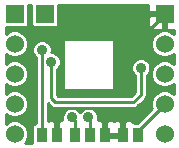
<source format=gbl>
G04 (created by PCBNEW (2013-jul-07)-stable) date Tue 11 Feb 2014 01:04:26 AM EST*
%MOIN*%
G04 Gerber Fmt 3.4, Leading zero omitted, Abs format*
%FSLAX34Y34*%
G01*
G70*
G90*
G04 APERTURE LIST*
%ADD10C,0.00590551*%
%ADD11R,0.06X0.06*%
%ADD12R,0.038X0.05*%
%ADD13C,0.06*%
%ADD14C,0.035*%
%ADD15C,0.01*%
G04 APERTURE END LIST*
G54D10*
G54D11*
X136000Y-79000D03*
G54D12*
X137000Y-83050D03*
X137500Y-83050D03*
X138000Y-83050D03*
X139100Y-83050D03*
X138600Y-83050D03*
X135900Y-83050D03*
X136400Y-83050D03*
G54D11*
X140000Y-79000D03*
G54D13*
X140000Y-80000D03*
X140000Y-81000D03*
X140000Y-82000D03*
X140000Y-83000D03*
G54D11*
X135000Y-79000D03*
G54D13*
X135000Y-80000D03*
X135000Y-81000D03*
X135000Y-82000D03*
X135000Y-83000D03*
G54D14*
X137450Y-82450D03*
X135900Y-80200D03*
X136900Y-82450D03*
X139200Y-82150D03*
X136200Y-80600D03*
X139200Y-80800D03*
G54D15*
X137500Y-82500D02*
X137500Y-83050D01*
X137450Y-82450D02*
X137500Y-82500D01*
X135900Y-83050D02*
X135900Y-80200D01*
X139100Y-83050D02*
X139100Y-82900D01*
X139100Y-82900D02*
X140000Y-82000D01*
X137000Y-82550D02*
X137000Y-83050D01*
X136900Y-82450D02*
X137000Y-82550D01*
X138700Y-82150D02*
X139200Y-82150D01*
X139200Y-82150D02*
X139500Y-81850D01*
X139500Y-81850D02*
X139500Y-79500D01*
X139500Y-79500D02*
X140000Y-79000D01*
X136400Y-83050D02*
X136400Y-82500D01*
X136750Y-82150D02*
X137250Y-82150D01*
X136400Y-82500D02*
X136750Y-82150D01*
X139500Y-79500D02*
X140000Y-79000D01*
X138600Y-83050D02*
X138600Y-82250D01*
X138600Y-82250D02*
X138700Y-82150D01*
X138000Y-83050D02*
X138000Y-82850D01*
X136400Y-83050D02*
X136400Y-82850D01*
X137100Y-82150D02*
X137250Y-82150D01*
X137250Y-82150D02*
X138700Y-82150D01*
X138939Y-81950D02*
X138950Y-81950D01*
X136200Y-80600D02*
X136200Y-81800D01*
X136200Y-81800D02*
X136350Y-81950D01*
X136350Y-81950D02*
X138939Y-81950D01*
X139200Y-81700D02*
X139200Y-80800D01*
X138950Y-81950D02*
X139200Y-81700D01*
G54D10*
G36*
X136774Y-82150D02*
X136716Y-82174D01*
X136624Y-82265D01*
X136575Y-82385D01*
X136574Y-82514D01*
X136589Y-82549D01*
X136540Y-82549D01*
X136512Y-82550D01*
X136450Y-82612D01*
X136450Y-83000D01*
X136457Y-83000D01*
X136457Y-83100D01*
X136450Y-83100D01*
X136450Y-83107D01*
X136350Y-83107D01*
X136350Y-83100D01*
X136342Y-83100D01*
X136342Y-83000D01*
X136350Y-83000D01*
X136350Y-82612D01*
X136287Y-82550D01*
X136259Y-82549D01*
X136160Y-82550D01*
X136100Y-82574D01*
X136100Y-81982D01*
X136208Y-82091D01*
X136208Y-82091D01*
X136273Y-82134D01*
X136273Y-82134D01*
X136286Y-82137D01*
X136350Y-82150D01*
X136774Y-82150D01*
X136774Y-82150D01*
G37*
G54D15*
X136774Y-82150D02*
X136716Y-82174D01*
X136624Y-82265D01*
X136575Y-82385D01*
X136574Y-82514D01*
X136589Y-82549D01*
X136540Y-82549D01*
X136512Y-82550D01*
X136450Y-82612D01*
X136450Y-83000D01*
X136457Y-83000D01*
X136457Y-83100D01*
X136450Y-83100D01*
X136450Y-83107D01*
X136350Y-83107D01*
X136350Y-83100D01*
X136342Y-83100D01*
X136342Y-83000D01*
X136350Y-83000D01*
X136350Y-82612D01*
X136287Y-82550D01*
X136259Y-82549D01*
X136160Y-82550D01*
X136100Y-82574D01*
X136100Y-81982D01*
X136208Y-82091D01*
X136208Y-82091D01*
X136273Y-82134D01*
X136273Y-82134D01*
X136286Y-82137D01*
X136350Y-82150D01*
X136774Y-82150D01*
G54D10*
G36*
X137324Y-82150D02*
X137266Y-82174D01*
X137174Y-82265D01*
X137084Y-82174D01*
X137025Y-82150D01*
X137324Y-82150D01*
X137324Y-82150D01*
G37*
G54D15*
X137324Y-82150D02*
X137266Y-82174D01*
X137174Y-82265D01*
X137084Y-82174D01*
X137025Y-82150D01*
X137324Y-82150D01*
G54D10*
G36*
X140300Y-81663D02*
X140255Y-81618D01*
X140089Y-81550D01*
X139910Y-81549D01*
X139745Y-81618D01*
X139618Y-81744D01*
X139550Y-81910D01*
X139549Y-82089D01*
X139572Y-82144D01*
X139067Y-82649D01*
X138993Y-82649D01*
X138931Y-82588D01*
X138839Y-82550D01*
X138740Y-82549D01*
X138712Y-82550D01*
X138650Y-82612D01*
X138650Y-83000D01*
X138657Y-83000D01*
X138657Y-83100D01*
X138650Y-83100D01*
X138650Y-83107D01*
X138550Y-83107D01*
X138550Y-83100D01*
X138550Y-83000D01*
X138550Y-82612D01*
X138487Y-82550D01*
X138459Y-82549D01*
X138360Y-82550D01*
X138300Y-82574D01*
X138239Y-82550D01*
X138140Y-82549D01*
X138112Y-82550D01*
X138050Y-82612D01*
X138050Y-83000D01*
X138222Y-83000D01*
X138300Y-83000D01*
X138377Y-83000D01*
X138550Y-83000D01*
X138550Y-83100D01*
X138377Y-83100D01*
X138300Y-83100D01*
X138222Y-83100D01*
X138050Y-83100D01*
X138050Y-83107D01*
X137950Y-83107D01*
X137950Y-83100D01*
X137942Y-83100D01*
X137942Y-83000D01*
X137950Y-83000D01*
X137950Y-82612D01*
X137887Y-82550D01*
X137859Y-82549D01*
X137760Y-82550D01*
X137774Y-82514D01*
X137775Y-82385D01*
X137725Y-82266D01*
X137634Y-82174D01*
X137575Y-82150D01*
X138300Y-82150D01*
X138939Y-82150D01*
X138950Y-82150D01*
X139026Y-82134D01*
X139091Y-82091D01*
X139341Y-81841D01*
X139341Y-81841D01*
X139370Y-81798D01*
X139384Y-81776D01*
X139384Y-81776D01*
X139399Y-81700D01*
X139400Y-81700D01*
X139400Y-81059D01*
X139475Y-80984D01*
X139524Y-80864D01*
X139525Y-80735D01*
X139475Y-80616D01*
X139384Y-80524D01*
X139264Y-80475D01*
X139135Y-80474D01*
X139016Y-80524D01*
X138924Y-80615D01*
X138875Y-80735D01*
X138874Y-80864D01*
X138924Y-80983D01*
X139000Y-81059D01*
X139000Y-81617D01*
X138867Y-81750D01*
X138300Y-81750D01*
X138300Y-81550D01*
X138300Y-79850D01*
X136600Y-79850D01*
X136600Y-81550D01*
X138300Y-81550D01*
X138300Y-81750D01*
X136432Y-81750D01*
X136400Y-81717D01*
X136400Y-80859D01*
X136475Y-80784D01*
X136524Y-80664D01*
X136525Y-80535D01*
X136475Y-80416D01*
X136384Y-80324D01*
X136264Y-80275D01*
X136220Y-80275D01*
X136224Y-80264D01*
X136225Y-80135D01*
X136175Y-80016D01*
X136084Y-79924D01*
X135964Y-79875D01*
X135835Y-79874D01*
X135716Y-79924D01*
X135624Y-80015D01*
X135575Y-80135D01*
X135574Y-80264D01*
X135624Y-80383D01*
X135700Y-80459D01*
X135700Y-82649D01*
X135680Y-82649D01*
X135625Y-82672D01*
X135582Y-82714D01*
X135560Y-82770D01*
X135559Y-82829D01*
X135559Y-83300D01*
X135336Y-83300D01*
X135381Y-83255D01*
X135449Y-83089D01*
X135450Y-82910D01*
X135381Y-82745D01*
X135255Y-82618D01*
X135089Y-82550D01*
X134910Y-82549D01*
X134745Y-82618D01*
X134700Y-82663D01*
X134700Y-82336D01*
X134744Y-82381D01*
X134910Y-82449D01*
X135089Y-82450D01*
X135254Y-82381D01*
X135381Y-82255D01*
X135449Y-82089D01*
X135450Y-81910D01*
X135381Y-81745D01*
X135255Y-81618D01*
X135089Y-81550D01*
X134910Y-81549D01*
X134745Y-81618D01*
X134700Y-81663D01*
X134700Y-81336D01*
X134744Y-81381D01*
X134910Y-81449D01*
X135089Y-81450D01*
X135254Y-81381D01*
X135381Y-81255D01*
X135449Y-81089D01*
X135450Y-80910D01*
X135381Y-80745D01*
X135255Y-80618D01*
X135089Y-80550D01*
X134910Y-80549D01*
X134745Y-80618D01*
X134700Y-80663D01*
X134700Y-80336D01*
X134744Y-80381D01*
X134910Y-80449D01*
X135089Y-80450D01*
X135254Y-80381D01*
X135381Y-80255D01*
X135449Y-80089D01*
X135450Y-79910D01*
X135381Y-79745D01*
X135255Y-79618D01*
X135089Y-79550D01*
X134910Y-79549D01*
X134745Y-79618D01*
X134700Y-79663D01*
X134700Y-79450D01*
X134729Y-79450D01*
X135329Y-79450D01*
X135384Y-79427D01*
X135427Y-79385D01*
X135449Y-79329D01*
X135450Y-79270D01*
X135450Y-78700D01*
X135549Y-78700D01*
X135549Y-78729D01*
X135549Y-79329D01*
X135572Y-79384D01*
X135614Y-79427D01*
X135670Y-79449D01*
X135729Y-79450D01*
X136329Y-79450D01*
X136384Y-79427D01*
X136427Y-79385D01*
X136449Y-79329D01*
X136450Y-79270D01*
X136450Y-78700D01*
X139449Y-78700D01*
X139450Y-78887D01*
X139512Y-78950D01*
X139950Y-78950D01*
X139950Y-78942D01*
X140050Y-78942D01*
X140050Y-78950D01*
X140057Y-78950D01*
X140057Y-79050D01*
X140050Y-79050D01*
X140050Y-79487D01*
X140112Y-79550D01*
X140250Y-79550D01*
X140300Y-79549D01*
X140300Y-79663D01*
X140255Y-79618D01*
X140089Y-79550D01*
X139950Y-79549D01*
X139950Y-79487D01*
X139950Y-79050D01*
X139512Y-79050D01*
X139450Y-79112D01*
X139449Y-79349D01*
X139487Y-79441D01*
X139558Y-79511D01*
X139650Y-79549D01*
X139749Y-79550D01*
X139887Y-79550D01*
X139950Y-79487D01*
X139950Y-79549D01*
X139910Y-79549D01*
X139745Y-79618D01*
X139618Y-79744D01*
X139550Y-79910D01*
X139549Y-80089D01*
X139618Y-80254D01*
X139744Y-80381D01*
X139910Y-80449D01*
X140089Y-80450D01*
X140254Y-80381D01*
X140300Y-80336D01*
X140300Y-80663D01*
X140255Y-80618D01*
X140089Y-80550D01*
X139910Y-80549D01*
X139745Y-80618D01*
X139618Y-80744D01*
X139550Y-80910D01*
X139549Y-81089D01*
X139618Y-81254D01*
X139744Y-81381D01*
X139910Y-81449D01*
X140089Y-81450D01*
X140254Y-81381D01*
X140300Y-81336D01*
X140300Y-81663D01*
X140300Y-81663D01*
G37*
G54D15*
X140300Y-81663D02*
X140255Y-81618D01*
X140089Y-81550D01*
X139910Y-81549D01*
X139745Y-81618D01*
X139618Y-81744D01*
X139550Y-81910D01*
X139549Y-82089D01*
X139572Y-82144D01*
X139067Y-82649D01*
X138993Y-82649D01*
X138931Y-82588D01*
X138839Y-82550D01*
X138740Y-82549D01*
X138712Y-82550D01*
X138650Y-82612D01*
X138650Y-83000D01*
X138657Y-83000D01*
X138657Y-83100D01*
X138650Y-83100D01*
X138650Y-83107D01*
X138550Y-83107D01*
X138550Y-83100D01*
X138550Y-83000D01*
X138550Y-82612D01*
X138487Y-82550D01*
X138459Y-82549D01*
X138360Y-82550D01*
X138300Y-82574D01*
X138239Y-82550D01*
X138140Y-82549D01*
X138112Y-82550D01*
X138050Y-82612D01*
X138050Y-83000D01*
X138222Y-83000D01*
X138300Y-83000D01*
X138377Y-83000D01*
X138550Y-83000D01*
X138550Y-83100D01*
X138377Y-83100D01*
X138300Y-83100D01*
X138222Y-83100D01*
X138050Y-83100D01*
X138050Y-83107D01*
X137950Y-83107D01*
X137950Y-83100D01*
X137942Y-83100D01*
X137942Y-83000D01*
X137950Y-83000D01*
X137950Y-82612D01*
X137887Y-82550D01*
X137859Y-82549D01*
X137760Y-82550D01*
X137774Y-82514D01*
X137775Y-82385D01*
X137725Y-82266D01*
X137634Y-82174D01*
X137575Y-82150D01*
X138300Y-82150D01*
X138939Y-82150D01*
X138950Y-82150D01*
X139026Y-82134D01*
X139091Y-82091D01*
X139341Y-81841D01*
X139341Y-81841D01*
X139370Y-81798D01*
X139384Y-81776D01*
X139384Y-81776D01*
X139399Y-81700D01*
X139400Y-81700D01*
X139400Y-81059D01*
X139475Y-80984D01*
X139524Y-80864D01*
X139525Y-80735D01*
X139475Y-80616D01*
X139384Y-80524D01*
X139264Y-80475D01*
X139135Y-80474D01*
X139016Y-80524D01*
X138924Y-80615D01*
X138875Y-80735D01*
X138874Y-80864D01*
X138924Y-80983D01*
X139000Y-81059D01*
X139000Y-81617D01*
X138867Y-81750D01*
X138300Y-81750D01*
X138300Y-81550D01*
X138300Y-79850D01*
X136600Y-79850D01*
X136600Y-81550D01*
X138300Y-81550D01*
X138300Y-81750D01*
X136432Y-81750D01*
X136400Y-81717D01*
X136400Y-80859D01*
X136475Y-80784D01*
X136524Y-80664D01*
X136525Y-80535D01*
X136475Y-80416D01*
X136384Y-80324D01*
X136264Y-80275D01*
X136220Y-80275D01*
X136224Y-80264D01*
X136225Y-80135D01*
X136175Y-80016D01*
X136084Y-79924D01*
X135964Y-79875D01*
X135835Y-79874D01*
X135716Y-79924D01*
X135624Y-80015D01*
X135575Y-80135D01*
X135574Y-80264D01*
X135624Y-80383D01*
X135700Y-80459D01*
X135700Y-82649D01*
X135680Y-82649D01*
X135625Y-82672D01*
X135582Y-82714D01*
X135560Y-82770D01*
X135559Y-82829D01*
X135559Y-83300D01*
X135336Y-83300D01*
X135381Y-83255D01*
X135449Y-83089D01*
X135450Y-82910D01*
X135381Y-82745D01*
X135255Y-82618D01*
X135089Y-82550D01*
X134910Y-82549D01*
X134745Y-82618D01*
X134700Y-82663D01*
X134700Y-82336D01*
X134744Y-82381D01*
X134910Y-82449D01*
X135089Y-82450D01*
X135254Y-82381D01*
X135381Y-82255D01*
X135449Y-82089D01*
X135450Y-81910D01*
X135381Y-81745D01*
X135255Y-81618D01*
X135089Y-81550D01*
X134910Y-81549D01*
X134745Y-81618D01*
X134700Y-81663D01*
X134700Y-81336D01*
X134744Y-81381D01*
X134910Y-81449D01*
X135089Y-81450D01*
X135254Y-81381D01*
X135381Y-81255D01*
X135449Y-81089D01*
X135450Y-80910D01*
X135381Y-80745D01*
X135255Y-80618D01*
X135089Y-80550D01*
X134910Y-80549D01*
X134745Y-80618D01*
X134700Y-80663D01*
X134700Y-80336D01*
X134744Y-80381D01*
X134910Y-80449D01*
X135089Y-80450D01*
X135254Y-80381D01*
X135381Y-80255D01*
X135449Y-80089D01*
X135450Y-79910D01*
X135381Y-79745D01*
X135255Y-79618D01*
X135089Y-79550D01*
X134910Y-79549D01*
X134745Y-79618D01*
X134700Y-79663D01*
X134700Y-79450D01*
X134729Y-79450D01*
X135329Y-79450D01*
X135384Y-79427D01*
X135427Y-79385D01*
X135449Y-79329D01*
X135450Y-79270D01*
X135450Y-78700D01*
X135549Y-78700D01*
X135549Y-78729D01*
X135549Y-79329D01*
X135572Y-79384D01*
X135614Y-79427D01*
X135670Y-79449D01*
X135729Y-79450D01*
X136329Y-79450D01*
X136384Y-79427D01*
X136427Y-79385D01*
X136449Y-79329D01*
X136450Y-79270D01*
X136450Y-78700D01*
X139449Y-78700D01*
X139450Y-78887D01*
X139512Y-78950D01*
X139950Y-78950D01*
X139950Y-78942D01*
X140050Y-78942D01*
X140050Y-78950D01*
X140057Y-78950D01*
X140057Y-79050D01*
X140050Y-79050D01*
X140050Y-79487D01*
X140112Y-79550D01*
X140250Y-79550D01*
X140300Y-79549D01*
X140300Y-79663D01*
X140255Y-79618D01*
X140089Y-79550D01*
X139950Y-79549D01*
X139950Y-79487D01*
X139950Y-79050D01*
X139512Y-79050D01*
X139450Y-79112D01*
X139449Y-79349D01*
X139487Y-79441D01*
X139558Y-79511D01*
X139650Y-79549D01*
X139749Y-79550D01*
X139887Y-79550D01*
X139950Y-79487D01*
X139950Y-79549D01*
X139910Y-79549D01*
X139745Y-79618D01*
X139618Y-79744D01*
X139550Y-79910D01*
X139549Y-80089D01*
X139618Y-80254D01*
X139744Y-80381D01*
X139910Y-80449D01*
X140089Y-80450D01*
X140254Y-80381D01*
X140300Y-80336D01*
X140300Y-80663D01*
X140255Y-80618D01*
X140089Y-80550D01*
X139910Y-80549D01*
X139745Y-80618D01*
X139618Y-80744D01*
X139550Y-80910D01*
X139549Y-81089D01*
X139618Y-81254D01*
X139744Y-81381D01*
X139910Y-81449D01*
X140089Y-81450D01*
X140254Y-81381D01*
X140300Y-81336D01*
X140300Y-81663D01*
M02*

</source>
